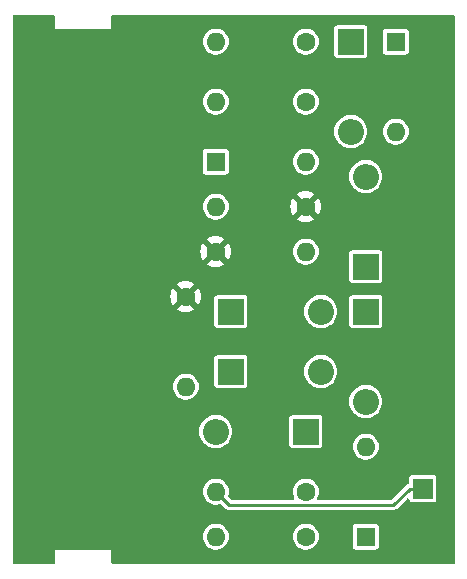
<source format=gbr>
G04 #@! TF.GenerationSoftware,KiCad,Pcbnew,8.0.1*
G04 #@! TF.CreationDate,2024-06-18T21:42:56-04:00*
G04 #@! TF.ProjectId,OdysseyDaughterCardGateMatrix,4f647973-7365-4794-9461-756768746572,1.1*
G04 #@! TF.SameCoordinates,Original*
G04 #@! TF.FileFunction,Copper,L1,Top*
G04 #@! TF.FilePolarity,Positive*
%FSLAX46Y46*%
G04 Gerber Fmt 4.6, Leading zero omitted, Abs format (unit mm)*
G04 Created by KiCad (PCBNEW 8.0.1) date 2024-06-18 21:42:56*
%MOMM*%
%LPD*%
G01*
G04 APERTURE LIST*
G04 #@! TA.AperFunction,ComponentPad*
%ADD10R,2.200000X2.200000*%
G04 #@! TD*
G04 #@! TA.AperFunction,ComponentPad*
%ADD11O,2.200000X2.200000*%
G04 #@! TD*
G04 #@! TA.AperFunction,ComponentPad*
%ADD12R,1.600000X1.600000*%
G04 #@! TD*
G04 #@! TA.AperFunction,ComponentPad*
%ADD13O,1.600000X1.600000*%
G04 #@! TD*
G04 #@! TA.AperFunction,ComponentPad*
%ADD14C,1.600000*%
G04 #@! TD*
G04 #@! TA.AperFunction,ComponentPad*
%ADD15R,1.700000X1.700000*%
G04 #@! TD*
G04 #@! TA.AperFunction,Conductor*
%ADD16C,0.250000*%
G04 #@! TD*
G04 APERTURE END LIST*
D10*
X151130000Y-80010000D03*
D11*
X151130000Y-87630000D03*
D12*
X152400000Y-121920000D03*
D13*
X152400000Y-114300000D03*
D12*
X154940000Y-80010000D03*
D13*
X154940000Y-87630000D03*
D10*
X140970000Y-107950000D03*
D11*
X148590000Y-107950000D03*
D10*
X152400000Y-99060000D03*
D11*
X152400000Y-91440000D03*
D10*
X152400000Y-102870000D03*
D11*
X152400000Y-110490000D03*
D12*
X139700000Y-90170000D03*
D13*
X147320000Y-90170000D03*
D14*
X147320000Y-121920000D03*
D13*
X139700000Y-121920000D03*
D14*
X147320000Y-85090000D03*
D13*
X139700000Y-85090000D03*
D14*
X147320000Y-118110000D03*
D13*
X139700000Y-118110000D03*
D14*
X147320000Y-80010000D03*
D13*
X139700000Y-80010000D03*
D14*
X139700000Y-97790000D03*
D13*
X147320000Y-97790000D03*
D14*
X147320000Y-93980000D03*
D13*
X139700000Y-93980000D03*
D14*
X137160000Y-101600000D03*
D13*
X137160000Y-109220000D03*
D10*
X147320000Y-113030000D03*
D11*
X139700000Y-113030000D03*
D10*
X140970000Y-102870000D03*
D11*
X148590000Y-102870000D03*
D15*
X157226000Y-117856000D03*
D16*
X140499999Y-118909999D02*
X139700000Y-118110000D01*
X140825001Y-119235001D02*
X140499999Y-118909999D01*
X157226000Y-117856000D02*
X156126000Y-117856000D01*
X156126000Y-117856000D02*
X154746999Y-119235001D01*
X154746999Y-119235001D02*
X140825001Y-119235001D01*
G04 #@! TA.AperFunction,Conductor*
G36*
X126042539Y-77795185D02*
G01*
X126088294Y-77847989D01*
X126099500Y-77899500D01*
X126099500Y-78884982D01*
X126099500Y-78915018D01*
X126110994Y-78942767D01*
X126132233Y-78964006D01*
X126159982Y-78975500D01*
X126159984Y-78975500D01*
X130790016Y-78975500D01*
X130790018Y-78975500D01*
X130817767Y-78964006D01*
X130839006Y-78942767D01*
X130850500Y-78915018D01*
X130850500Y-77899500D01*
X130870185Y-77832461D01*
X130922989Y-77786706D01*
X130974500Y-77775500D01*
X159820500Y-77775500D01*
X159887539Y-77795185D01*
X159933294Y-77847989D01*
X159944500Y-77899500D01*
X159944500Y-124100500D01*
X159924815Y-124167539D01*
X159872011Y-124213294D01*
X159820500Y-124224500D01*
X130974500Y-124224500D01*
X130907461Y-124204815D01*
X130861706Y-124152011D01*
X130850500Y-124100500D01*
X130850500Y-123084983D01*
X130850500Y-123084982D01*
X130839006Y-123057233D01*
X130817767Y-123035994D01*
X130790018Y-123024500D01*
X126190018Y-123024500D01*
X126159982Y-123024500D01*
X126132231Y-123035995D01*
X126110995Y-123057231D01*
X126099500Y-123084982D01*
X126099500Y-124100500D01*
X126079815Y-124167539D01*
X126027011Y-124213294D01*
X125975500Y-124224500D01*
X122624500Y-124224500D01*
X122557461Y-124204815D01*
X122511706Y-124152011D01*
X122500500Y-124100500D01*
X122500500Y-121920000D01*
X138594785Y-121920000D01*
X138613602Y-122123082D01*
X138669417Y-122319247D01*
X138669422Y-122319260D01*
X138760327Y-122501821D01*
X138883237Y-122664581D01*
X139033958Y-122801980D01*
X139033960Y-122801982D01*
X139133141Y-122863392D01*
X139207363Y-122909348D01*
X139397544Y-122983024D01*
X139598024Y-123020500D01*
X139598026Y-123020500D01*
X139801974Y-123020500D01*
X139801976Y-123020500D01*
X140002456Y-122983024D01*
X140192637Y-122909348D01*
X140366041Y-122801981D01*
X140516764Y-122664579D01*
X140639673Y-122501821D01*
X140730582Y-122319250D01*
X140786397Y-122123083D01*
X140805215Y-121920000D01*
X146214785Y-121920000D01*
X146233602Y-122123082D01*
X146289417Y-122319247D01*
X146289422Y-122319260D01*
X146380327Y-122501821D01*
X146503237Y-122664581D01*
X146653958Y-122801980D01*
X146653960Y-122801982D01*
X146753141Y-122863392D01*
X146827363Y-122909348D01*
X147017544Y-122983024D01*
X147218024Y-123020500D01*
X147218026Y-123020500D01*
X147421974Y-123020500D01*
X147421976Y-123020500D01*
X147622456Y-122983024D01*
X147812637Y-122909348D01*
X147986041Y-122801981D01*
X148026765Y-122764856D01*
X151299500Y-122764856D01*
X151299502Y-122764882D01*
X151302413Y-122789987D01*
X151302415Y-122789991D01*
X151347793Y-122892764D01*
X151347794Y-122892765D01*
X151427235Y-122972206D01*
X151530009Y-123017585D01*
X151555135Y-123020500D01*
X153244864Y-123020499D01*
X153244879Y-123020497D01*
X153244882Y-123020497D01*
X153269987Y-123017586D01*
X153269988Y-123017585D01*
X153269991Y-123017585D01*
X153372765Y-122972206D01*
X153452206Y-122892765D01*
X153497585Y-122789991D01*
X153500500Y-122764865D01*
X153500499Y-121075136D01*
X153500497Y-121075117D01*
X153497586Y-121050012D01*
X153497585Y-121050010D01*
X153497585Y-121050009D01*
X153452206Y-120947235D01*
X153372765Y-120867794D01*
X153348267Y-120856977D01*
X153269992Y-120822415D01*
X153244865Y-120819500D01*
X151555143Y-120819500D01*
X151555117Y-120819502D01*
X151530012Y-120822413D01*
X151530008Y-120822415D01*
X151427235Y-120867793D01*
X151347794Y-120947234D01*
X151302415Y-121050006D01*
X151302415Y-121050008D01*
X151299500Y-121075131D01*
X151299500Y-122764856D01*
X148026765Y-122764856D01*
X148136764Y-122664579D01*
X148259673Y-122501821D01*
X148350582Y-122319250D01*
X148406397Y-122123083D01*
X148425215Y-121920000D01*
X148406397Y-121716917D01*
X148350582Y-121520750D01*
X148259673Y-121338179D01*
X148136764Y-121175421D01*
X148136762Y-121175418D01*
X147986041Y-121038019D01*
X147986039Y-121038017D01*
X147812642Y-120930655D01*
X147812635Y-120930651D01*
X147717546Y-120893814D01*
X147622456Y-120856976D01*
X147421976Y-120819500D01*
X147218024Y-120819500D01*
X147017544Y-120856976D01*
X147017541Y-120856976D01*
X147017541Y-120856977D01*
X146827364Y-120930651D01*
X146827357Y-120930655D01*
X146653960Y-121038017D01*
X146653958Y-121038019D01*
X146503237Y-121175418D01*
X146380327Y-121338178D01*
X146289422Y-121520739D01*
X146289417Y-121520752D01*
X146233602Y-121716917D01*
X146214785Y-121919999D01*
X146214785Y-121920000D01*
X140805215Y-121920000D01*
X140786397Y-121716917D01*
X140730582Y-121520750D01*
X140639673Y-121338179D01*
X140516764Y-121175421D01*
X140516762Y-121175418D01*
X140366041Y-121038019D01*
X140366039Y-121038017D01*
X140192642Y-120930655D01*
X140192635Y-120930651D01*
X140097546Y-120893814D01*
X140002456Y-120856976D01*
X139801976Y-120819500D01*
X139598024Y-120819500D01*
X139397544Y-120856976D01*
X139397541Y-120856976D01*
X139397541Y-120856977D01*
X139207364Y-120930651D01*
X139207357Y-120930655D01*
X139033960Y-121038017D01*
X139033958Y-121038019D01*
X138883237Y-121175418D01*
X138760327Y-121338178D01*
X138669422Y-121520739D01*
X138669417Y-121520752D01*
X138613602Y-121716917D01*
X138594785Y-121919999D01*
X138594785Y-121920000D01*
X122500500Y-121920000D01*
X122500500Y-118110000D01*
X138594785Y-118110000D01*
X138613602Y-118313082D01*
X138669417Y-118509247D01*
X138669422Y-118509260D01*
X138760327Y-118691821D01*
X138883237Y-118854581D01*
X139033958Y-118991980D01*
X139033960Y-118991982D01*
X139057403Y-119006497D01*
X139207363Y-119099348D01*
X139397544Y-119173024D01*
X139598024Y-119210500D01*
X139598026Y-119210500D01*
X139801974Y-119210500D01*
X139801976Y-119210500D01*
X140002456Y-119173024D01*
X140041586Y-119157865D01*
X140111209Y-119152002D01*
X140172950Y-119184711D01*
X140174062Y-119185810D01*
X140484514Y-119496262D01*
X140484516Y-119496264D01*
X140563738Y-119575486D01*
X140660764Y-119631504D01*
X140768982Y-119660501D01*
X140768983Y-119660501D01*
X140768984Y-119660501D01*
X154803015Y-119660501D01*
X154803017Y-119660501D01*
X154911236Y-119631504D01*
X155008262Y-119575486D01*
X155869331Y-118714415D01*
X155930652Y-118680932D01*
X156000343Y-118685916D01*
X156056277Y-118727787D01*
X156076659Y-118769540D01*
X156078413Y-118775989D01*
X156123793Y-118878764D01*
X156123794Y-118878765D01*
X156203235Y-118958206D01*
X156306009Y-119003585D01*
X156331135Y-119006500D01*
X158120864Y-119006499D01*
X158120879Y-119006497D01*
X158120882Y-119006497D01*
X158145987Y-119003586D01*
X158145988Y-119003585D01*
X158145991Y-119003585D01*
X158248765Y-118958206D01*
X158328206Y-118878765D01*
X158373585Y-118775991D01*
X158376500Y-118750865D01*
X158376499Y-116961136D01*
X158376497Y-116961117D01*
X158373586Y-116936012D01*
X158373585Y-116936010D01*
X158373585Y-116936009D01*
X158328206Y-116833235D01*
X158248765Y-116753794D01*
X158248763Y-116753793D01*
X158145992Y-116708415D01*
X158120865Y-116705500D01*
X156331143Y-116705500D01*
X156331117Y-116705502D01*
X156306012Y-116708413D01*
X156306008Y-116708415D01*
X156203235Y-116753793D01*
X156123794Y-116833234D01*
X156078415Y-116936006D01*
X156078415Y-116936008D01*
X156075500Y-116961131D01*
X156075500Y-117333873D01*
X156055815Y-117400912D01*
X156003011Y-117446667D01*
X155983600Y-117453645D01*
X155961763Y-117459497D01*
X155961761Y-117459498D01*
X155961760Y-117459498D01*
X155864740Y-117515513D01*
X155864734Y-117515517D01*
X154607070Y-118773182D01*
X154545747Y-118806667D01*
X154519389Y-118809501D01*
X148401342Y-118809501D01*
X148334303Y-118789816D01*
X148288548Y-118737012D01*
X148278604Y-118667854D01*
X148290342Y-118630229D01*
X148350577Y-118509260D01*
X148350576Y-118509260D01*
X148350582Y-118509250D01*
X148406397Y-118313083D01*
X148425215Y-118110000D01*
X148406397Y-117906917D01*
X148350582Y-117710750D01*
X148259673Y-117528179D01*
X148136764Y-117365421D01*
X148136762Y-117365418D01*
X147986041Y-117228019D01*
X147986039Y-117228017D01*
X147812642Y-117120655D01*
X147812635Y-117120651D01*
X147717546Y-117083814D01*
X147622456Y-117046976D01*
X147421976Y-117009500D01*
X147218024Y-117009500D01*
X147017544Y-117046976D01*
X147017541Y-117046976D01*
X147017541Y-117046977D01*
X146827364Y-117120651D01*
X146827357Y-117120655D01*
X146653960Y-117228017D01*
X146653958Y-117228019D01*
X146503237Y-117365418D01*
X146380327Y-117528178D01*
X146289422Y-117710739D01*
X146289417Y-117710752D01*
X146233602Y-117906917D01*
X146214785Y-118109999D01*
X146214785Y-118110000D01*
X146233602Y-118313082D01*
X146289417Y-118509247D01*
X146289422Y-118509260D01*
X146349658Y-118630229D01*
X146361919Y-118699015D01*
X146335046Y-118763510D01*
X146277570Y-118803237D01*
X146238658Y-118809501D01*
X141052610Y-118809501D01*
X140985571Y-118789816D01*
X140964929Y-118773182D01*
X140877663Y-118685916D01*
X140775556Y-118583808D01*
X140742071Y-118522485D01*
X140743971Y-118462192D01*
X140786397Y-118313082D01*
X140805215Y-118110000D01*
X140805215Y-118109999D01*
X140786397Y-117906917D01*
X140730582Y-117710750D01*
X140639673Y-117528179D01*
X140516764Y-117365421D01*
X140516762Y-117365418D01*
X140366041Y-117228019D01*
X140366039Y-117228017D01*
X140192642Y-117120655D01*
X140192635Y-117120651D01*
X140097546Y-117083814D01*
X140002456Y-117046976D01*
X139801976Y-117009500D01*
X139598024Y-117009500D01*
X139397544Y-117046976D01*
X139397541Y-117046976D01*
X139397541Y-117046977D01*
X139207364Y-117120651D01*
X139207357Y-117120655D01*
X139033960Y-117228017D01*
X139033958Y-117228019D01*
X138883237Y-117365418D01*
X138760327Y-117528178D01*
X138669422Y-117710739D01*
X138669417Y-117710752D01*
X138613602Y-117906917D01*
X138594785Y-118109999D01*
X138594785Y-118110000D01*
X122500500Y-118110000D01*
X122500500Y-113030006D01*
X138294700Y-113030006D01*
X138313864Y-113261297D01*
X138313866Y-113261308D01*
X138370842Y-113486300D01*
X138464075Y-113698848D01*
X138591016Y-113893147D01*
X138591019Y-113893151D01*
X138591021Y-113893153D01*
X138748216Y-114063913D01*
X138748219Y-114063915D01*
X138748222Y-114063918D01*
X138931365Y-114206464D01*
X138931371Y-114206468D01*
X138931374Y-114206470D01*
X139135497Y-114316936D01*
X139249487Y-114356068D01*
X139355015Y-114392297D01*
X139355017Y-114392297D01*
X139355019Y-114392298D01*
X139583951Y-114430500D01*
X139583952Y-114430500D01*
X139816048Y-114430500D01*
X139816049Y-114430500D01*
X140044981Y-114392298D01*
X140264503Y-114316936D01*
X140468626Y-114206470D01*
X140476951Y-114199991D01*
X140509244Y-114174856D01*
X145919500Y-114174856D01*
X145919502Y-114174882D01*
X145922413Y-114199987D01*
X145922415Y-114199991D01*
X145967793Y-114302764D01*
X145967794Y-114302765D01*
X146047235Y-114382206D01*
X146150009Y-114427585D01*
X146175135Y-114430500D01*
X148464864Y-114430499D01*
X148464879Y-114430497D01*
X148464882Y-114430497D01*
X148489987Y-114427586D01*
X148489988Y-114427585D01*
X148489991Y-114427585D01*
X148592765Y-114382206D01*
X148672206Y-114302765D01*
X148673427Y-114300000D01*
X151294785Y-114300000D01*
X151313602Y-114503082D01*
X151369417Y-114699247D01*
X151369422Y-114699260D01*
X151460327Y-114881821D01*
X151583237Y-115044581D01*
X151733958Y-115181980D01*
X151733960Y-115181982D01*
X151833141Y-115243392D01*
X151907363Y-115289348D01*
X152097544Y-115363024D01*
X152298024Y-115400500D01*
X152298026Y-115400500D01*
X152501974Y-115400500D01*
X152501976Y-115400500D01*
X152702456Y-115363024D01*
X152892637Y-115289348D01*
X153066041Y-115181981D01*
X153216764Y-115044579D01*
X153339673Y-114881821D01*
X153430582Y-114699250D01*
X153486397Y-114503083D01*
X153505215Y-114300000D01*
X153486397Y-114096917D01*
X153430582Y-113900750D01*
X153426799Y-113893153D01*
X153386272Y-113811764D01*
X153339673Y-113718179D01*
X153216764Y-113555421D01*
X153216762Y-113555418D01*
X153066041Y-113418019D01*
X153066039Y-113418017D01*
X152892642Y-113310655D01*
X152892635Y-113310651D01*
X152797546Y-113273814D01*
X152702456Y-113236976D01*
X152501976Y-113199500D01*
X152298024Y-113199500D01*
X152097544Y-113236976D01*
X152097541Y-113236976D01*
X152097541Y-113236977D01*
X151907364Y-113310651D01*
X151907357Y-113310655D01*
X151733960Y-113418017D01*
X151733958Y-113418019D01*
X151583237Y-113555418D01*
X151460327Y-113718178D01*
X151369422Y-113900739D01*
X151369417Y-113900752D01*
X151313602Y-114096917D01*
X151294785Y-114299999D01*
X151294785Y-114300000D01*
X148673427Y-114300000D01*
X148717585Y-114199991D01*
X148720500Y-114174865D01*
X148720499Y-111885136D01*
X148720497Y-111885117D01*
X148717586Y-111860012D01*
X148717585Y-111860010D01*
X148717585Y-111860009D01*
X148672206Y-111757235D01*
X148592765Y-111677794D01*
X148569909Y-111667702D01*
X148489992Y-111632415D01*
X148464865Y-111629500D01*
X146175143Y-111629500D01*
X146175117Y-111629502D01*
X146150012Y-111632413D01*
X146150008Y-111632415D01*
X146047235Y-111677793D01*
X145967794Y-111757234D01*
X145922415Y-111860006D01*
X145922415Y-111860008D01*
X145919500Y-111885131D01*
X145919500Y-114174856D01*
X140509244Y-114174856D01*
X140609380Y-114096917D01*
X140651784Y-114063913D01*
X140808979Y-113893153D01*
X140935924Y-113698849D01*
X141029157Y-113486300D01*
X141086134Y-113261305D01*
X141088150Y-113236976D01*
X141105300Y-113030006D01*
X141105300Y-113029993D01*
X141086135Y-112798702D01*
X141086133Y-112798691D01*
X141029157Y-112573699D01*
X140935924Y-112361151D01*
X140808983Y-112166852D01*
X140808980Y-112166849D01*
X140808979Y-112166847D01*
X140651784Y-111996087D01*
X140651779Y-111996083D01*
X140651777Y-111996081D01*
X140468634Y-111853535D01*
X140468628Y-111853531D01*
X140264504Y-111743064D01*
X140264495Y-111743061D01*
X140044984Y-111667702D01*
X139873282Y-111639050D01*
X139816049Y-111629500D01*
X139583951Y-111629500D01*
X139538164Y-111637140D01*
X139355015Y-111667702D01*
X139135504Y-111743061D01*
X139135495Y-111743064D01*
X138931371Y-111853531D01*
X138931365Y-111853535D01*
X138748222Y-111996081D01*
X138748219Y-111996084D01*
X138591016Y-112166852D01*
X138464075Y-112361151D01*
X138370842Y-112573699D01*
X138313866Y-112798691D01*
X138313864Y-112798702D01*
X138294700Y-113029993D01*
X138294700Y-113030006D01*
X122500500Y-113030006D01*
X122500500Y-110490006D01*
X150994700Y-110490006D01*
X151013864Y-110721297D01*
X151013866Y-110721308D01*
X151070842Y-110946300D01*
X151164075Y-111158848D01*
X151291016Y-111353147D01*
X151291019Y-111353151D01*
X151291021Y-111353153D01*
X151448216Y-111523913D01*
X151448219Y-111523915D01*
X151448222Y-111523918D01*
X151631365Y-111666464D01*
X151631371Y-111666468D01*
X151631374Y-111666470D01*
X151835497Y-111776936D01*
X151949487Y-111816068D01*
X152055015Y-111852297D01*
X152055017Y-111852297D01*
X152055019Y-111852298D01*
X152283951Y-111890500D01*
X152283952Y-111890500D01*
X152516048Y-111890500D01*
X152516049Y-111890500D01*
X152744981Y-111852298D01*
X152964503Y-111776936D01*
X153168626Y-111666470D01*
X153351784Y-111523913D01*
X153508979Y-111353153D01*
X153635924Y-111158849D01*
X153729157Y-110946300D01*
X153786134Y-110721305D01*
X153805300Y-110490000D01*
X153805300Y-110489993D01*
X153786135Y-110258702D01*
X153786133Y-110258691D01*
X153729157Y-110033699D01*
X153635924Y-109821151D01*
X153508983Y-109626852D01*
X153508980Y-109626849D01*
X153508979Y-109626847D01*
X153351784Y-109456087D01*
X153351779Y-109456083D01*
X153351777Y-109456081D01*
X153168634Y-109313535D01*
X153168628Y-109313531D01*
X152964504Y-109203064D01*
X152964495Y-109203061D01*
X152744984Y-109127702D01*
X152573282Y-109099050D01*
X152516049Y-109089500D01*
X152283951Y-109089500D01*
X152238164Y-109097140D01*
X152055015Y-109127702D01*
X151835504Y-109203061D01*
X151835495Y-109203064D01*
X151631371Y-109313531D01*
X151631365Y-109313535D01*
X151448222Y-109456081D01*
X151448219Y-109456084D01*
X151291016Y-109626852D01*
X151164075Y-109821151D01*
X151070842Y-110033699D01*
X151013866Y-110258691D01*
X151013864Y-110258702D01*
X150994700Y-110489993D01*
X150994700Y-110490006D01*
X122500500Y-110490006D01*
X122500500Y-109220000D01*
X136054785Y-109220000D01*
X136073602Y-109423082D01*
X136129417Y-109619247D01*
X136129422Y-109619260D01*
X136220327Y-109801821D01*
X136343237Y-109964581D01*
X136493958Y-110101980D01*
X136493960Y-110101982D01*
X136593141Y-110163392D01*
X136667363Y-110209348D01*
X136857544Y-110283024D01*
X137058024Y-110320500D01*
X137058026Y-110320500D01*
X137261974Y-110320500D01*
X137261976Y-110320500D01*
X137462456Y-110283024D01*
X137652637Y-110209348D01*
X137826041Y-110101981D01*
X137976764Y-109964579D01*
X138099673Y-109801821D01*
X138190582Y-109619250D01*
X138246397Y-109423083D01*
X138265215Y-109220000D01*
X138253619Y-109094856D01*
X139569500Y-109094856D01*
X139569502Y-109094882D01*
X139572413Y-109119987D01*
X139572415Y-109119991D01*
X139617793Y-109222764D01*
X139617794Y-109222765D01*
X139697235Y-109302206D01*
X139800009Y-109347585D01*
X139825135Y-109350500D01*
X142114864Y-109350499D01*
X142114879Y-109350497D01*
X142114882Y-109350497D01*
X142139987Y-109347586D01*
X142139988Y-109347585D01*
X142139991Y-109347585D01*
X142242765Y-109302206D01*
X142322206Y-109222765D01*
X142367585Y-109119991D01*
X142370500Y-109094865D01*
X142370500Y-107950006D01*
X147184700Y-107950006D01*
X147203864Y-108181297D01*
X147203866Y-108181308D01*
X147260842Y-108406300D01*
X147354075Y-108618848D01*
X147481016Y-108813147D01*
X147481019Y-108813151D01*
X147481021Y-108813153D01*
X147638216Y-108983913D01*
X147638219Y-108983915D01*
X147638222Y-108983918D01*
X147821365Y-109126464D01*
X147821371Y-109126468D01*
X147821374Y-109126470D01*
X148025497Y-109236936D01*
X148139487Y-109276068D01*
X148245015Y-109312297D01*
X148245017Y-109312297D01*
X148245019Y-109312298D01*
X148473951Y-109350500D01*
X148473952Y-109350500D01*
X148706048Y-109350500D01*
X148706049Y-109350500D01*
X148934981Y-109312298D01*
X149154503Y-109236936D01*
X149358626Y-109126470D01*
X149366951Y-109119991D01*
X149499380Y-109016917D01*
X149541784Y-108983913D01*
X149698979Y-108813153D01*
X149825924Y-108618849D01*
X149919157Y-108406300D01*
X149976134Y-108181305D01*
X149978150Y-108156976D01*
X149995300Y-107950006D01*
X149995300Y-107949993D01*
X149976135Y-107718702D01*
X149976133Y-107718691D01*
X149919157Y-107493699D01*
X149825924Y-107281151D01*
X149698983Y-107086852D01*
X149698980Y-107086849D01*
X149698979Y-107086847D01*
X149541784Y-106916087D01*
X149541779Y-106916083D01*
X149541777Y-106916081D01*
X149358634Y-106773535D01*
X149358628Y-106773531D01*
X149154504Y-106663064D01*
X149154495Y-106663061D01*
X148934984Y-106587702D01*
X148763282Y-106559050D01*
X148706049Y-106549500D01*
X148473951Y-106549500D01*
X148428164Y-106557140D01*
X148245015Y-106587702D01*
X148025504Y-106663061D01*
X148025495Y-106663064D01*
X147821371Y-106773531D01*
X147821365Y-106773535D01*
X147638222Y-106916081D01*
X147638219Y-106916084D01*
X147481016Y-107086852D01*
X147354075Y-107281151D01*
X147260842Y-107493699D01*
X147203866Y-107718691D01*
X147203864Y-107718702D01*
X147184700Y-107949993D01*
X147184700Y-107950006D01*
X142370500Y-107950006D01*
X142370499Y-106805136D01*
X142370497Y-106805117D01*
X142367586Y-106780012D01*
X142367585Y-106780010D01*
X142367585Y-106780009D01*
X142322206Y-106677235D01*
X142242765Y-106597794D01*
X142219909Y-106587702D01*
X142139992Y-106552415D01*
X142114865Y-106549500D01*
X139825143Y-106549500D01*
X139825117Y-106549502D01*
X139800012Y-106552413D01*
X139800008Y-106552415D01*
X139697235Y-106597793D01*
X139617794Y-106677234D01*
X139572415Y-106780006D01*
X139572415Y-106780008D01*
X139569500Y-106805131D01*
X139569500Y-109094856D01*
X138253619Y-109094856D01*
X138246397Y-109016917D01*
X138190582Y-108820750D01*
X138186799Y-108813153D01*
X138146272Y-108731764D01*
X138099673Y-108638179D01*
X137976764Y-108475421D01*
X137976762Y-108475418D01*
X137826041Y-108338019D01*
X137826039Y-108338017D01*
X137652642Y-108230655D01*
X137652635Y-108230651D01*
X137557546Y-108193814D01*
X137462456Y-108156976D01*
X137261976Y-108119500D01*
X137058024Y-108119500D01*
X136857544Y-108156976D01*
X136857541Y-108156976D01*
X136857541Y-108156977D01*
X136667364Y-108230651D01*
X136667357Y-108230655D01*
X136493960Y-108338017D01*
X136493958Y-108338019D01*
X136343237Y-108475418D01*
X136220327Y-108638178D01*
X136129422Y-108820739D01*
X136129417Y-108820752D01*
X136073602Y-109016917D01*
X136054785Y-109219999D01*
X136054785Y-109220000D01*
X122500500Y-109220000D01*
X122500500Y-104014856D01*
X139569500Y-104014856D01*
X139569502Y-104014882D01*
X139572413Y-104039987D01*
X139572415Y-104039991D01*
X139617793Y-104142764D01*
X139617794Y-104142765D01*
X139697235Y-104222206D01*
X139800009Y-104267585D01*
X139825135Y-104270500D01*
X142114864Y-104270499D01*
X142114879Y-104270497D01*
X142114882Y-104270497D01*
X142139987Y-104267586D01*
X142139988Y-104267585D01*
X142139991Y-104267585D01*
X142242765Y-104222206D01*
X142322206Y-104142765D01*
X142367585Y-104039991D01*
X142370500Y-104014865D01*
X142370500Y-102870006D01*
X147184700Y-102870006D01*
X147203864Y-103101297D01*
X147203866Y-103101308D01*
X147260842Y-103326300D01*
X147354075Y-103538848D01*
X147481016Y-103733147D01*
X147481019Y-103733151D01*
X147481021Y-103733153D01*
X147638216Y-103903913D01*
X147638219Y-103903915D01*
X147638222Y-103903918D01*
X147821365Y-104046464D01*
X147821371Y-104046468D01*
X147821374Y-104046470D01*
X148025497Y-104156936D01*
X148139487Y-104196068D01*
X148245015Y-104232297D01*
X148245017Y-104232297D01*
X148245019Y-104232298D01*
X148473951Y-104270500D01*
X148473952Y-104270500D01*
X148706048Y-104270500D01*
X148706049Y-104270500D01*
X148934981Y-104232298D01*
X149154503Y-104156936D01*
X149358626Y-104046470D01*
X149366951Y-104039991D01*
X149399244Y-104014856D01*
X150999500Y-104014856D01*
X150999502Y-104014882D01*
X151002413Y-104039987D01*
X151002415Y-104039991D01*
X151047793Y-104142764D01*
X151047794Y-104142765D01*
X151127235Y-104222206D01*
X151230009Y-104267585D01*
X151255135Y-104270500D01*
X153544864Y-104270499D01*
X153544879Y-104270497D01*
X153544882Y-104270497D01*
X153569987Y-104267586D01*
X153569988Y-104267585D01*
X153569991Y-104267585D01*
X153672765Y-104222206D01*
X153752206Y-104142765D01*
X153797585Y-104039991D01*
X153800500Y-104014865D01*
X153800499Y-101725136D01*
X153800497Y-101725117D01*
X153797586Y-101700012D01*
X153797585Y-101700010D01*
X153797585Y-101700009D01*
X153752206Y-101597235D01*
X153672765Y-101517794D01*
X153649909Y-101507702D01*
X153569992Y-101472415D01*
X153544865Y-101469500D01*
X151255143Y-101469500D01*
X151255117Y-101469502D01*
X151230012Y-101472413D01*
X151230008Y-101472415D01*
X151127235Y-101517793D01*
X151047794Y-101597234D01*
X151002415Y-101700006D01*
X151002415Y-101700008D01*
X150999500Y-101725131D01*
X150999500Y-104014856D01*
X149399244Y-104014856D01*
X149420129Y-103998600D01*
X149541784Y-103903913D01*
X149698979Y-103733153D01*
X149825924Y-103538849D01*
X149919157Y-103326300D01*
X149976134Y-103101305D01*
X149992403Y-102904966D01*
X149995300Y-102870006D01*
X149995300Y-102869993D01*
X149976135Y-102638702D01*
X149976133Y-102638691D01*
X149919157Y-102413699D01*
X149825924Y-102201151D01*
X149698983Y-102006852D01*
X149698980Y-102006849D01*
X149698979Y-102006847D01*
X149541784Y-101836087D01*
X149541779Y-101836083D01*
X149541777Y-101836081D01*
X149358634Y-101693535D01*
X149358628Y-101693531D01*
X149154504Y-101583064D01*
X149154495Y-101583061D01*
X148934984Y-101507702D01*
X148763282Y-101479050D01*
X148706049Y-101469500D01*
X148473951Y-101469500D01*
X148428164Y-101477140D01*
X148245015Y-101507702D01*
X148025504Y-101583061D01*
X148025495Y-101583064D01*
X147821371Y-101693531D01*
X147821365Y-101693535D01*
X147638222Y-101836081D01*
X147638219Y-101836084D01*
X147481016Y-102006852D01*
X147354075Y-102201151D01*
X147260842Y-102413699D01*
X147203866Y-102638691D01*
X147203864Y-102638702D01*
X147184700Y-102869993D01*
X147184700Y-102870006D01*
X142370500Y-102870006D01*
X142370499Y-101725136D01*
X142370497Y-101725117D01*
X142367586Y-101700012D01*
X142367585Y-101700010D01*
X142367585Y-101700009D01*
X142322206Y-101597235D01*
X142242765Y-101517794D01*
X142219909Y-101507702D01*
X142139992Y-101472415D01*
X142114865Y-101469500D01*
X139825143Y-101469500D01*
X139825117Y-101469502D01*
X139800012Y-101472413D01*
X139800008Y-101472415D01*
X139697235Y-101517793D01*
X139617794Y-101597234D01*
X139572415Y-101700006D01*
X139572415Y-101700008D01*
X139569500Y-101725131D01*
X139569500Y-104014856D01*
X122500500Y-104014856D01*
X122500500Y-101600002D01*
X135855034Y-101600002D01*
X135874858Y-101826599D01*
X135874860Y-101826610D01*
X135933730Y-102046317D01*
X135933735Y-102046331D01*
X136029863Y-102252478D01*
X136080974Y-102325472D01*
X136760000Y-101646446D01*
X136760000Y-101652661D01*
X136787259Y-101754394D01*
X136839920Y-101845606D01*
X136914394Y-101920080D01*
X137005606Y-101972741D01*
X137107339Y-102000000D01*
X137113553Y-102000000D01*
X136434526Y-102679025D01*
X136507513Y-102730132D01*
X136507521Y-102730136D01*
X136713668Y-102826264D01*
X136713682Y-102826269D01*
X136933389Y-102885139D01*
X136933400Y-102885141D01*
X137159998Y-102904966D01*
X137160002Y-102904966D01*
X137386599Y-102885141D01*
X137386610Y-102885139D01*
X137606317Y-102826269D01*
X137606331Y-102826264D01*
X137812478Y-102730136D01*
X137885471Y-102679024D01*
X137206447Y-102000000D01*
X137212661Y-102000000D01*
X137314394Y-101972741D01*
X137405606Y-101920080D01*
X137480080Y-101845606D01*
X137532741Y-101754394D01*
X137560000Y-101652661D01*
X137560000Y-101646447D01*
X138239024Y-102325471D01*
X138290136Y-102252478D01*
X138386264Y-102046331D01*
X138386269Y-102046317D01*
X138445139Y-101826610D01*
X138445141Y-101826599D01*
X138464966Y-101600002D01*
X138464966Y-101599997D01*
X138445141Y-101373400D01*
X138445139Y-101373389D01*
X138386269Y-101153682D01*
X138386264Y-101153668D01*
X138290136Y-100947521D01*
X138290132Y-100947513D01*
X138239025Y-100874526D01*
X137560000Y-101553551D01*
X137560000Y-101547339D01*
X137532741Y-101445606D01*
X137480080Y-101354394D01*
X137405606Y-101279920D01*
X137314394Y-101227259D01*
X137212661Y-101200000D01*
X137206448Y-101200000D01*
X137885472Y-100520974D01*
X137812478Y-100469863D01*
X137606331Y-100373735D01*
X137606317Y-100373730D01*
X137386610Y-100314860D01*
X137386599Y-100314858D01*
X137160002Y-100295034D01*
X137159998Y-100295034D01*
X136933400Y-100314858D01*
X136933389Y-100314860D01*
X136713682Y-100373730D01*
X136713673Y-100373734D01*
X136507516Y-100469866D01*
X136507512Y-100469868D01*
X136434526Y-100520973D01*
X136434526Y-100520974D01*
X137113553Y-101200000D01*
X137107339Y-101200000D01*
X137005606Y-101227259D01*
X136914394Y-101279920D01*
X136839920Y-101354394D01*
X136787259Y-101445606D01*
X136760000Y-101547339D01*
X136760000Y-101553552D01*
X136080974Y-100874526D01*
X136080973Y-100874526D01*
X136029868Y-100947512D01*
X136029866Y-100947516D01*
X135933734Y-101153673D01*
X135933730Y-101153682D01*
X135874860Y-101373389D01*
X135874858Y-101373400D01*
X135855034Y-101599997D01*
X135855034Y-101600002D01*
X122500500Y-101600002D01*
X122500500Y-100204856D01*
X150999500Y-100204856D01*
X150999502Y-100204882D01*
X151002413Y-100229987D01*
X151002415Y-100229991D01*
X151047793Y-100332764D01*
X151047794Y-100332765D01*
X151127235Y-100412206D01*
X151230009Y-100457585D01*
X151255135Y-100460500D01*
X153544864Y-100460499D01*
X153544879Y-100460497D01*
X153544882Y-100460497D01*
X153569987Y-100457586D01*
X153569988Y-100457585D01*
X153569991Y-100457585D01*
X153672765Y-100412206D01*
X153752206Y-100332765D01*
X153797585Y-100229991D01*
X153800500Y-100204865D01*
X153800499Y-97915136D01*
X153800497Y-97915117D01*
X153797586Y-97890012D01*
X153797585Y-97890010D01*
X153797585Y-97890009D01*
X153752206Y-97787235D01*
X153672765Y-97707794D01*
X153672763Y-97707793D01*
X153569992Y-97662415D01*
X153544865Y-97659500D01*
X151255143Y-97659500D01*
X151255117Y-97659502D01*
X151230012Y-97662413D01*
X151230008Y-97662415D01*
X151127235Y-97707793D01*
X151047794Y-97787234D01*
X151002415Y-97890006D01*
X151002415Y-97890008D01*
X150999500Y-97915131D01*
X150999500Y-100204856D01*
X122500500Y-100204856D01*
X122500500Y-97790002D01*
X138395034Y-97790002D01*
X138414858Y-98016599D01*
X138414860Y-98016610D01*
X138473730Y-98236317D01*
X138473735Y-98236331D01*
X138569863Y-98442478D01*
X138620974Y-98515472D01*
X139300000Y-97836446D01*
X139300000Y-97842661D01*
X139327259Y-97944394D01*
X139379920Y-98035606D01*
X139454394Y-98110080D01*
X139545606Y-98162741D01*
X139647339Y-98190000D01*
X139653553Y-98190000D01*
X138974526Y-98869025D01*
X139047513Y-98920132D01*
X139047521Y-98920136D01*
X139253668Y-99016264D01*
X139253682Y-99016269D01*
X139473389Y-99075139D01*
X139473400Y-99075141D01*
X139699998Y-99094966D01*
X139700002Y-99094966D01*
X139926599Y-99075141D01*
X139926610Y-99075139D01*
X140146317Y-99016269D01*
X140146331Y-99016264D01*
X140352478Y-98920136D01*
X140425471Y-98869024D01*
X139746447Y-98190000D01*
X139752661Y-98190000D01*
X139854394Y-98162741D01*
X139945606Y-98110080D01*
X140020080Y-98035606D01*
X140072741Y-97944394D01*
X140100000Y-97842661D01*
X140100000Y-97836447D01*
X140779024Y-98515471D01*
X140830136Y-98442478D01*
X140926264Y-98236331D01*
X140926269Y-98236317D01*
X140985139Y-98016610D01*
X140985141Y-98016599D01*
X141004966Y-97790002D01*
X141004966Y-97790000D01*
X146214785Y-97790000D01*
X146233602Y-97993082D01*
X146289417Y-98189247D01*
X146289422Y-98189260D01*
X146380327Y-98371821D01*
X146503237Y-98534581D01*
X146653958Y-98671980D01*
X146653960Y-98671982D01*
X146753141Y-98733392D01*
X146827363Y-98779348D01*
X147017544Y-98853024D01*
X147218024Y-98890500D01*
X147218026Y-98890500D01*
X147421974Y-98890500D01*
X147421976Y-98890500D01*
X147622456Y-98853024D01*
X147812637Y-98779348D01*
X147986041Y-98671981D01*
X148136764Y-98534579D01*
X148259673Y-98371821D01*
X148350582Y-98189250D01*
X148406397Y-97993083D01*
X148425215Y-97790000D01*
X148406397Y-97586917D01*
X148350582Y-97390750D01*
X148259673Y-97208179D01*
X148200704Y-97130091D01*
X148136762Y-97045418D01*
X147986041Y-96908019D01*
X147986039Y-96908017D01*
X147812642Y-96800655D01*
X147812635Y-96800651D01*
X147717546Y-96763814D01*
X147622456Y-96726976D01*
X147421976Y-96689500D01*
X147218024Y-96689500D01*
X147017544Y-96726976D01*
X147017541Y-96726976D01*
X147017541Y-96726977D01*
X146827364Y-96800651D01*
X146827357Y-96800655D01*
X146653960Y-96908017D01*
X146653958Y-96908019D01*
X146503237Y-97045418D01*
X146380327Y-97208178D01*
X146289422Y-97390739D01*
X146289417Y-97390752D01*
X146233602Y-97586917D01*
X146214785Y-97789999D01*
X146214785Y-97790000D01*
X141004966Y-97790000D01*
X141004966Y-97789997D01*
X140985141Y-97563400D01*
X140985139Y-97563389D01*
X140926269Y-97343682D01*
X140926264Y-97343668D01*
X140830136Y-97137521D01*
X140830132Y-97137513D01*
X140779025Y-97064526D01*
X140100000Y-97743551D01*
X140100000Y-97737339D01*
X140072741Y-97635606D01*
X140020080Y-97544394D01*
X139945606Y-97469920D01*
X139854394Y-97417259D01*
X139752661Y-97390000D01*
X139746448Y-97390000D01*
X140425472Y-96710974D01*
X140352478Y-96659863D01*
X140146331Y-96563735D01*
X140146317Y-96563730D01*
X139926610Y-96504860D01*
X139926599Y-96504858D01*
X139700002Y-96485034D01*
X139699998Y-96485034D01*
X139473400Y-96504858D01*
X139473389Y-96504860D01*
X139253682Y-96563730D01*
X139253673Y-96563734D01*
X139047516Y-96659866D01*
X139047512Y-96659868D01*
X138974526Y-96710973D01*
X138974526Y-96710974D01*
X139653553Y-97390000D01*
X139647339Y-97390000D01*
X139545606Y-97417259D01*
X139454394Y-97469920D01*
X139379920Y-97544394D01*
X139327259Y-97635606D01*
X139300000Y-97737339D01*
X139300000Y-97743552D01*
X138620974Y-97064526D01*
X138620973Y-97064526D01*
X138569868Y-97137512D01*
X138569866Y-97137516D01*
X138473734Y-97343673D01*
X138473730Y-97343682D01*
X138414860Y-97563389D01*
X138414858Y-97563400D01*
X138395034Y-97789997D01*
X138395034Y-97790002D01*
X122500500Y-97790002D01*
X122500500Y-93980000D01*
X138594785Y-93980000D01*
X138613602Y-94183082D01*
X138669417Y-94379247D01*
X138669422Y-94379260D01*
X138760327Y-94561821D01*
X138883237Y-94724581D01*
X139033958Y-94861980D01*
X139033960Y-94861982D01*
X139133141Y-94923392D01*
X139207363Y-94969348D01*
X139397544Y-95043024D01*
X139598024Y-95080500D01*
X139598026Y-95080500D01*
X139801974Y-95080500D01*
X139801976Y-95080500D01*
X140002456Y-95043024D01*
X140192637Y-94969348D01*
X140366041Y-94861981D01*
X140516764Y-94724579D01*
X140639673Y-94561821D01*
X140730582Y-94379250D01*
X140786397Y-94183083D01*
X140805215Y-93980002D01*
X146015034Y-93980002D01*
X146034858Y-94206599D01*
X146034860Y-94206610D01*
X146093730Y-94426317D01*
X146093735Y-94426331D01*
X146189863Y-94632478D01*
X146240974Y-94705472D01*
X146920000Y-94026446D01*
X146920000Y-94032661D01*
X146947259Y-94134394D01*
X146999920Y-94225606D01*
X147074394Y-94300080D01*
X147165606Y-94352741D01*
X147267339Y-94380000D01*
X147273553Y-94380000D01*
X146594526Y-95059025D01*
X146667513Y-95110132D01*
X146667521Y-95110136D01*
X146873668Y-95206264D01*
X146873682Y-95206269D01*
X147093389Y-95265139D01*
X147093400Y-95265141D01*
X147319998Y-95284966D01*
X147320002Y-95284966D01*
X147546599Y-95265141D01*
X147546610Y-95265139D01*
X147766317Y-95206269D01*
X147766331Y-95206264D01*
X147972478Y-95110136D01*
X148045471Y-95059024D01*
X147366447Y-94380000D01*
X147372661Y-94380000D01*
X147474394Y-94352741D01*
X147565606Y-94300080D01*
X147640080Y-94225606D01*
X147692741Y-94134394D01*
X147720000Y-94032661D01*
X147720000Y-94026447D01*
X148399024Y-94705471D01*
X148450136Y-94632478D01*
X148546264Y-94426331D01*
X148546269Y-94426317D01*
X148605139Y-94206610D01*
X148605141Y-94206599D01*
X148624966Y-93980002D01*
X148624966Y-93979997D01*
X148605141Y-93753400D01*
X148605139Y-93753389D01*
X148546269Y-93533682D01*
X148546264Y-93533668D01*
X148450136Y-93327521D01*
X148450132Y-93327513D01*
X148399025Y-93254526D01*
X147720000Y-93933551D01*
X147720000Y-93927339D01*
X147692741Y-93825606D01*
X147640080Y-93734394D01*
X147565606Y-93659920D01*
X147474394Y-93607259D01*
X147372661Y-93580000D01*
X147366448Y-93580000D01*
X148045472Y-92900974D01*
X147972478Y-92849863D01*
X147766331Y-92753735D01*
X147766317Y-92753730D01*
X147546610Y-92694860D01*
X147546599Y-92694858D01*
X147320002Y-92675034D01*
X147319998Y-92675034D01*
X147093400Y-92694858D01*
X147093389Y-92694860D01*
X146873682Y-92753730D01*
X146873673Y-92753734D01*
X146667516Y-92849866D01*
X146667512Y-92849868D01*
X146594526Y-92900973D01*
X146594526Y-92900974D01*
X147273553Y-93580000D01*
X147267339Y-93580000D01*
X147165606Y-93607259D01*
X147074394Y-93659920D01*
X146999920Y-93734394D01*
X146947259Y-93825606D01*
X146920000Y-93927339D01*
X146920000Y-93933552D01*
X146240974Y-93254526D01*
X146240973Y-93254526D01*
X146189868Y-93327512D01*
X146189866Y-93327516D01*
X146093734Y-93533673D01*
X146093730Y-93533682D01*
X146034860Y-93753389D01*
X146034858Y-93753400D01*
X146015034Y-93979997D01*
X146015034Y-93980002D01*
X140805215Y-93980002D01*
X140805215Y-93980000D01*
X140786397Y-93776917D01*
X140730582Y-93580750D01*
X140639673Y-93398179D01*
X140580704Y-93320091D01*
X140516762Y-93235418D01*
X140366041Y-93098019D01*
X140366039Y-93098017D01*
X140192642Y-92990655D01*
X140192635Y-92990651D01*
X140097546Y-92953814D01*
X140002456Y-92916976D01*
X139801976Y-92879500D01*
X139598024Y-92879500D01*
X139397544Y-92916976D01*
X139397541Y-92916976D01*
X139397541Y-92916977D01*
X139207364Y-92990651D01*
X139207357Y-92990655D01*
X139033960Y-93098017D01*
X139033958Y-93098019D01*
X138883237Y-93235418D01*
X138760327Y-93398178D01*
X138669422Y-93580739D01*
X138669417Y-93580752D01*
X138613602Y-93776917D01*
X138594785Y-93979999D01*
X138594785Y-93980000D01*
X122500500Y-93980000D01*
X122500500Y-91440006D01*
X150994700Y-91440006D01*
X151013864Y-91671297D01*
X151013866Y-91671308D01*
X151070842Y-91896300D01*
X151164075Y-92108848D01*
X151291016Y-92303147D01*
X151291019Y-92303151D01*
X151291021Y-92303153D01*
X151448216Y-92473913D01*
X151448219Y-92473915D01*
X151448222Y-92473918D01*
X151631365Y-92616464D01*
X151631371Y-92616468D01*
X151631374Y-92616470D01*
X151835497Y-92726936D01*
X151913557Y-92753734D01*
X152055015Y-92802297D01*
X152055017Y-92802297D01*
X152055019Y-92802298D01*
X152283951Y-92840500D01*
X152283952Y-92840500D01*
X152516048Y-92840500D01*
X152516049Y-92840500D01*
X152744981Y-92802298D01*
X152964503Y-92726936D01*
X153168626Y-92616470D01*
X153351784Y-92473913D01*
X153508979Y-92303153D01*
X153635924Y-92108849D01*
X153729157Y-91896300D01*
X153786134Y-91671305D01*
X153805300Y-91440000D01*
X153805300Y-91439993D01*
X153786135Y-91208702D01*
X153786133Y-91208691D01*
X153729157Y-90983699D01*
X153635924Y-90771151D01*
X153508983Y-90576852D01*
X153508980Y-90576849D01*
X153508979Y-90576847D01*
X153351784Y-90406087D01*
X153351779Y-90406083D01*
X153351777Y-90406081D01*
X153168634Y-90263535D01*
X153168628Y-90263531D01*
X152964504Y-90153064D01*
X152964495Y-90153061D01*
X152744984Y-90077702D01*
X152573282Y-90049050D01*
X152516049Y-90039500D01*
X152283951Y-90039500D01*
X152238164Y-90047140D01*
X152055015Y-90077702D01*
X151835504Y-90153061D01*
X151835495Y-90153064D01*
X151631371Y-90263531D01*
X151631365Y-90263535D01*
X151448222Y-90406081D01*
X151448219Y-90406084D01*
X151291016Y-90576852D01*
X151164075Y-90771151D01*
X151070842Y-90983699D01*
X151013866Y-91208691D01*
X151013864Y-91208702D01*
X150994700Y-91439993D01*
X150994700Y-91440006D01*
X122500500Y-91440006D01*
X122500500Y-91014856D01*
X138599500Y-91014856D01*
X138599502Y-91014882D01*
X138602413Y-91039987D01*
X138602415Y-91039991D01*
X138647793Y-91142764D01*
X138647794Y-91142765D01*
X138727235Y-91222206D01*
X138830009Y-91267585D01*
X138855135Y-91270500D01*
X140544864Y-91270499D01*
X140544879Y-91270497D01*
X140544882Y-91270497D01*
X140569987Y-91267586D01*
X140569988Y-91267585D01*
X140569991Y-91267585D01*
X140672765Y-91222206D01*
X140752206Y-91142765D01*
X140797585Y-91039991D01*
X140800500Y-91014865D01*
X140800499Y-90170000D01*
X146214785Y-90170000D01*
X146233602Y-90373082D01*
X146289417Y-90569247D01*
X146289422Y-90569260D01*
X146380327Y-90751821D01*
X146503237Y-90914581D01*
X146653958Y-91051980D01*
X146653960Y-91051982D01*
X146753141Y-91113392D01*
X146827363Y-91159348D01*
X147017544Y-91233024D01*
X147218024Y-91270500D01*
X147218026Y-91270500D01*
X147421974Y-91270500D01*
X147421976Y-91270500D01*
X147622456Y-91233024D01*
X147812637Y-91159348D01*
X147986041Y-91051981D01*
X148136764Y-90914579D01*
X148259673Y-90751821D01*
X148350582Y-90569250D01*
X148406397Y-90373083D01*
X148425215Y-90170000D01*
X148406397Y-89966917D01*
X148350582Y-89770750D01*
X148259673Y-89588179D01*
X148136764Y-89425421D01*
X148136762Y-89425418D01*
X147986041Y-89288019D01*
X147986039Y-89288017D01*
X147812642Y-89180655D01*
X147812635Y-89180651D01*
X147717546Y-89143814D01*
X147622456Y-89106976D01*
X147421976Y-89069500D01*
X147218024Y-89069500D01*
X147017544Y-89106976D01*
X147017541Y-89106976D01*
X147017541Y-89106977D01*
X146827364Y-89180651D01*
X146827357Y-89180655D01*
X146653960Y-89288017D01*
X146653958Y-89288019D01*
X146503237Y-89425418D01*
X146380327Y-89588178D01*
X146289422Y-89770739D01*
X146289417Y-89770752D01*
X146233602Y-89966917D01*
X146214785Y-90169999D01*
X146214785Y-90170000D01*
X140800499Y-90170000D01*
X140800499Y-89325136D01*
X140800497Y-89325117D01*
X140797586Y-89300012D01*
X140797585Y-89300010D01*
X140797585Y-89300009D01*
X140752206Y-89197235D01*
X140672765Y-89117794D01*
X140648267Y-89106977D01*
X140569992Y-89072415D01*
X140544865Y-89069500D01*
X138855143Y-89069500D01*
X138855117Y-89069502D01*
X138830012Y-89072413D01*
X138830008Y-89072415D01*
X138727235Y-89117793D01*
X138647794Y-89197234D01*
X138602415Y-89300006D01*
X138602415Y-89300008D01*
X138599500Y-89325131D01*
X138599500Y-91014856D01*
X122500500Y-91014856D01*
X122500500Y-87630006D01*
X149724700Y-87630006D01*
X149743864Y-87861297D01*
X149743866Y-87861308D01*
X149800842Y-88086300D01*
X149894075Y-88298848D01*
X150021016Y-88493147D01*
X150021019Y-88493151D01*
X150021021Y-88493153D01*
X150178216Y-88663913D01*
X150178219Y-88663915D01*
X150178222Y-88663918D01*
X150361365Y-88806464D01*
X150361371Y-88806468D01*
X150361374Y-88806470D01*
X150565497Y-88916936D01*
X150679487Y-88956068D01*
X150785015Y-88992297D01*
X150785017Y-88992297D01*
X150785019Y-88992298D01*
X151013951Y-89030500D01*
X151013952Y-89030500D01*
X151246048Y-89030500D01*
X151246049Y-89030500D01*
X151474981Y-88992298D01*
X151694503Y-88916936D01*
X151898626Y-88806470D01*
X152081784Y-88663913D01*
X152238979Y-88493153D01*
X152365924Y-88298849D01*
X152459157Y-88086300D01*
X152516134Y-87861305D01*
X152516135Y-87861297D01*
X152535300Y-87630006D01*
X152535300Y-87630000D01*
X153834785Y-87630000D01*
X153853602Y-87833082D01*
X153909417Y-88029247D01*
X153909422Y-88029260D01*
X154000327Y-88211821D01*
X154123237Y-88374581D01*
X154273958Y-88511980D01*
X154273960Y-88511982D01*
X154373141Y-88573392D01*
X154447363Y-88619348D01*
X154637544Y-88693024D01*
X154838024Y-88730500D01*
X154838026Y-88730500D01*
X155041974Y-88730500D01*
X155041976Y-88730500D01*
X155242456Y-88693024D01*
X155432637Y-88619348D01*
X155606041Y-88511981D01*
X155756764Y-88374579D01*
X155879673Y-88211821D01*
X155970582Y-88029250D01*
X156026397Y-87833083D01*
X156045215Y-87630000D01*
X156026397Y-87426917D01*
X155970582Y-87230750D01*
X155879673Y-87048179D01*
X155756764Y-86885421D01*
X155756762Y-86885418D01*
X155606041Y-86748019D01*
X155606039Y-86748017D01*
X155432642Y-86640655D01*
X155432635Y-86640651D01*
X155317585Y-86596081D01*
X155242456Y-86566976D01*
X155041976Y-86529500D01*
X154838024Y-86529500D01*
X154637544Y-86566976D01*
X154637541Y-86566976D01*
X154637541Y-86566977D01*
X154447364Y-86640651D01*
X154447357Y-86640655D01*
X154273960Y-86748017D01*
X154273958Y-86748019D01*
X154123237Y-86885418D01*
X154000327Y-87048178D01*
X153909422Y-87230739D01*
X153909417Y-87230752D01*
X153853602Y-87426917D01*
X153834785Y-87629999D01*
X153834785Y-87630000D01*
X152535300Y-87630000D01*
X152535300Y-87629993D01*
X152516135Y-87398702D01*
X152516133Y-87398691D01*
X152459157Y-87173699D01*
X152365924Y-86961151D01*
X152238983Y-86766852D01*
X152238980Y-86766849D01*
X152238979Y-86766847D01*
X152081784Y-86596087D01*
X152081779Y-86596083D01*
X152081777Y-86596081D01*
X151898634Y-86453535D01*
X151898628Y-86453531D01*
X151694504Y-86343064D01*
X151694495Y-86343061D01*
X151474984Y-86267702D01*
X151303282Y-86239050D01*
X151246049Y-86229500D01*
X151013951Y-86229500D01*
X150968164Y-86237140D01*
X150785015Y-86267702D01*
X150565504Y-86343061D01*
X150565495Y-86343064D01*
X150361371Y-86453531D01*
X150361365Y-86453535D01*
X150178222Y-86596081D01*
X150178219Y-86596084D01*
X150178216Y-86596086D01*
X150178216Y-86596087D01*
X150119267Y-86660122D01*
X150021016Y-86766852D01*
X149894075Y-86961151D01*
X149800842Y-87173699D01*
X149743866Y-87398691D01*
X149743864Y-87398702D01*
X149724700Y-87629993D01*
X149724700Y-87630006D01*
X122500500Y-87630006D01*
X122500500Y-85090000D01*
X138594785Y-85090000D01*
X138613602Y-85293082D01*
X138669417Y-85489247D01*
X138669422Y-85489260D01*
X138760327Y-85671821D01*
X138883237Y-85834581D01*
X139033958Y-85971980D01*
X139033960Y-85971982D01*
X139133141Y-86033392D01*
X139207363Y-86079348D01*
X139397544Y-86153024D01*
X139598024Y-86190500D01*
X139598026Y-86190500D01*
X139801974Y-86190500D01*
X139801976Y-86190500D01*
X140002456Y-86153024D01*
X140192637Y-86079348D01*
X140366041Y-85971981D01*
X140516764Y-85834579D01*
X140639673Y-85671821D01*
X140730582Y-85489250D01*
X140786397Y-85293083D01*
X140805215Y-85090000D01*
X146214785Y-85090000D01*
X146233602Y-85293082D01*
X146289417Y-85489247D01*
X146289422Y-85489260D01*
X146380327Y-85671821D01*
X146503237Y-85834581D01*
X146653958Y-85971980D01*
X146653960Y-85971982D01*
X146753141Y-86033392D01*
X146827363Y-86079348D01*
X147017544Y-86153024D01*
X147218024Y-86190500D01*
X147218026Y-86190500D01*
X147421974Y-86190500D01*
X147421976Y-86190500D01*
X147622456Y-86153024D01*
X147812637Y-86079348D01*
X147986041Y-85971981D01*
X148136764Y-85834579D01*
X148259673Y-85671821D01*
X148350582Y-85489250D01*
X148406397Y-85293083D01*
X148425215Y-85090000D01*
X148406397Y-84886917D01*
X148350582Y-84690750D01*
X148259673Y-84508179D01*
X148136764Y-84345421D01*
X148136762Y-84345418D01*
X147986041Y-84208019D01*
X147986039Y-84208017D01*
X147812642Y-84100655D01*
X147812635Y-84100651D01*
X147717546Y-84063814D01*
X147622456Y-84026976D01*
X147421976Y-83989500D01*
X147218024Y-83989500D01*
X147017544Y-84026976D01*
X147017541Y-84026976D01*
X147017541Y-84026977D01*
X146827364Y-84100651D01*
X146827357Y-84100655D01*
X146653960Y-84208017D01*
X146653958Y-84208019D01*
X146503237Y-84345418D01*
X146380327Y-84508178D01*
X146289422Y-84690739D01*
X146289417Y-84690752D01*
X146233602Y-84886917D01*
X146214785Y-85089999D01*
X146214785Y-85090000D01*
X140805215Y-85090000D01*
X140786397Y-84886917D01*
X140730582Y-84690750D01*
X140639673Y-84508179D01*
X140516764Y-84345421D01*
X140516762Y-84345418D01*
X140366041Y-84208019D01*
X140366039Y-84208017D01*
X140192642Y-84100655D01*
X140192635Y-84100651D01*
X140097546Y-84063814D01*
X140002456Y-84026976D01*
X139801976Y-83989500D01*
X139598024Y-83989500D01*
X139397544Y-84026976D01*
X139397541Y-84026976D01*
X139397541Y-84026977D01*
X139207364Y-84100651D01*
X139207357Y-84100655D01*
X139033960Y-84208017D01*
X139033958Y-84208019D01*
X138883237Y-84345418D01*
X138760327Y-84508178D01*
X138669422Y-84690739D01*
X138669417Y-84690752D01*
X138613602Y-84886917D01*
X138594785Y-85089999D01*
X138594785Y-85090000D01*
X122500500Y-85090000D01*
X122500500Y-81154856D01*
X149729500Y-81154856D01*
X149729502Y-81154882D01*
X149732413Y-81179987D01*
X149732415Y-81179991D01*
X149777793Y-81282764D01*
X149777794Y-81282765D01*
X149857235Y-81362206D01*
X149960009Y-81407585D01*
X149985135Y-81410500D01*
X152274864Y-81410499D01*
X152274879Y-81410497D01*
X152274882Y-81410497D01*
X152299987Y-81407586D01*
X152299988Y-81407585D01*
X152299991Y-81407585D01*
X152402765Y-81362206D01*
X152482206Y-81282765D01*
X152527585Y-81179991D01*
X152530500Y-81154865D01*
X152530500Y-80854856D01*
X153839500Y-80854856D01*
X153839502Y-80854882D01*
X153842413Y-80879987D01*
X153842415Y-80879991D01*
X153887793Y-80982764D01*
X153887794Y-80982765D01*
X153967235Y-81062206D01*
X154070009Y-81107585D01*
X154095135Y-81110500D01*
X155784864Y-81110499D01*
X155784879Y-81110497D01*
X155784882Y-81110497D01*
X155809987Y-81107586D01*
X155809988Y-81107585D01*
X155809991Y-81107585D01*
X155912765Y-81062206D01*
X155992206Y-80982765D01*
X156037585Y-80879991D01*
X156040500Y-80854865D01*
X156040499Y-79165136D01*
X156040497Y-79165117D01*
X156037586Y-79140012D01*
X156037585Y-79140010D01*
X156037585Y-79140009D01*
X155992206Y-79037235D01*
X155912765Y-78957794D01*
X155888267Y-78946977D01*
X155809992Y-78912415D01*
X155784865Y-78909500D01*
X154095143Y-78909500D01*
X154095117Y-78909502D01*
X154070012Y-78912413D01*
X154070008Y-78912415D01*
X153967235Y-78957793D01*
X153887794Y-79037234D01*
X153842415Y-79140006D01*
X153842415Y-79140008D01*
X153839500Y-79165131D01*
X153839500Y-80854856D01*
X152530500Y-80854856D01*
X152530499Y-78865136D01*
X152530497Y-78865117D01*
X152527586Y-78840012D01*
X152527585Y-78840010D01*
X152527585Y-78840009D01*
X152482206Y-78737235D01*
X152402765Y-78657794D01*
X152402763Y-78657793D01*
X152299992Y-78612415D01*
X152274865Y-78609500D01*
X149985143Y-78609500D01*
X149985117Y-78609502D01*
X149960012Y-78612413D01*
X149960008Y-78612415D01*
X149857235Y-78657793D01*
X149777794Y-78737234D01*
X149732415Y-78840006D01*
X149732415Y-78840008D01*
X149729500Y-78865131D01*
X149729500Y-81154856D01*
X122500500Y-81154856D01*
X122500500Y-80010000D01*
X138594785Y-80010000D01*
X138613602Y-80213082D01*
X138669417Y-80409247D01*
X138669422Y-80409260D01*
X138760327Y-80591821D01*
X138883237Y-80754581D01*
X139033958Y-80891980D01*
X139033960Y-80891982D01*
X139133141Y-80953392D01*
X139207363Y-80999348D01*
X139397544Y-81073024D01*
X139598024Y-81110500D01*
X139598026Y-81110500D01*
X139801974Y-81110500D01*
X139801976Y-81110500D01*
X140002456Y-81073024D01*
X140192637Y-80999348D01*
X140366041Y-80891981D01*
X140516764Y-80754579D01*
X140639673Y-80591821D01*
X140730582Y-80409250D01*
X140786397Y-80213083D01*
X140805215Y-80010000D01*
X146214785Y-80010000D01*
X146233602Y-80213082D01*
X146289417Y-80409247D01*
X146289422Y-80409260D01*
X146380327Y-80591821D01*
X146503237Y-80754581D01*
X146653958Y-80891980D01*
X146653960Y-80891982D01*
X146753141Y-80953392D01*
X146827363Y-80999348D01*
X147017544Y-81073024D01*
X147218024Y-81110500D01*
X147218026Y-81110500D01*
X147421974Y-81110500D01*
X147421976Y-81110500D01*
X147622456Y-81073024D01*
X147812637Y-80999348D01*
X147986041Y-80891981D01*
X148136764Y-80754579D01*
X148259673Y-80591821D01*
X148350582Y-80409250D01*
X148406397Y-80213083D01*
X148425215Y-80010000D01*
X148406397Y-79806917D01*
X148350582Y-79610750D01*
X148259673Y-79428179D01*
X148136764Y-79265421D01*
X148136762Y-79265418D01*
X147986041Y-79128019D01*
X147986039Y-79128017D01*
X147812642Y-79020655D01*
X147812635Y-79020651D01*
X147696083Y-78975499D01*
X147622456Y-78946976D01*
X147421976Y-78909500D01*
X147218024Y-78909500D01*
X147017544Y-78946976D01*
X147017541Y-78946976D01*
X147017541Y-78946977D01*
X146827364Y-79020651D01*
X146827357Y-79020655D01*
X146653960Y-79128017D01*
X146653958Y-79128019D01*
X146503237Y-79265418D01*
X146380327Y-79428178D01*
X146289422Y-79610739D01*
X146289417Y-79610752D01*
X146233602Y-79806917D01*
X146214785Y-80009999D01*
X146214785Y-80010000D01*
X140805215Y-80010000D01*
X140786397Y-79806917D01*
X140730582Y-79610750D01*
X140639673Y-79428179D01*
X140516764Y-79265421D01*
X140516762Y-79265418D01*
X140366041Y-79128019D01*
X140366039Y-79128017D01*
X140192642Y-79020655D01*
X140192635Y-79020651D01*
X140076083Y-78975499D01*
X140002456Y-78946976D01*
X139801976Y-78909500D01*
X139598024Y-78909500D01*
X139397544Y-78946976D01*
X139397541Y-78946976D01*
X139397541Y-78946977D01*
X139207364Y-79020651D01*
X139207357Y-79020655D01*
X139033960Y-79128017D01*
X139033958Y-79128019D01*
X138883237Y-79265418D01*
X138760327Y-79428178D01*
X138669422Y-79610739D01*
X138669417Y-79610752D01*
X138613602Y-79806917D01*
X138594785Y-80009999D01*
X138594785Y-80010000D01*
X122500500Y-80010000D01*
X122500500Y-77899500D01*
X122520185Y-77832461D01*
X122572989Y-77786706D01*
X122624500Y-77775500D01*
X125975500Y-77775500D01*
X126042539Y-77795185D01*
G37*
G04 #@! TD.AperFunction*
M02*

</source>
